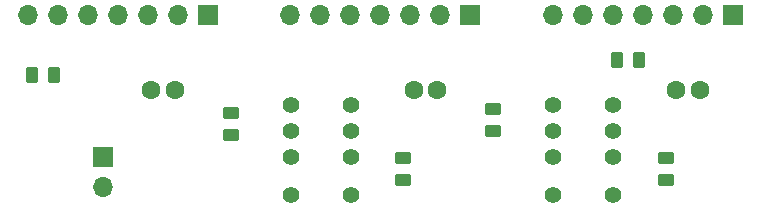
<source format=gbr>
%TF.GenerationSoftware,KiCad,Pcbnew,(6.0.0)*%
%TF.CreationDate,2022-01-08T11:13:19+00:00*%
%TF.ProjectId,Hub,4875622e-6b69-4636-9164-5f7063625858,rev?*%
%TF.SameCoordinates,Original*%
%TF.FileFunction,Soldermask,Top*%
%TF.FilePolarity,Negative*%
%FSLAX46Y46*%
G04 Gerber Fmt 4.6, Leading zero omitted, Abs format (unit mm)*
G04 Created by KiCad (PCBNEW (6.0.0)) date 2022-01-08 11:13:19*
%MOMM*%
%LPD*%
G01*
G04 APERTURE LIST*
G04 Aperture macros list*
%AMRoundRect*
0 Rectangle with rounded corners*
0 $1 Rounding radius*
0 $2 $3 $4 $5 $6 $7 $8 $9 X,Y pos of 4 corners*
0 Add a 4 corners polygon primitive as box body*
4,1,4,$2,$3,$4,$5,$6,$7,$8,$9,$2,$3,0*
0 Add four circle primitives for the rounded corners*
1,1,$1+$1,$2,$3*
1,1,$1+$1,$4,$5*
1,1,$1+$1,$6,$7*
1,1,$1+$1,$8,$9*
0 Add four rect primitives between the rounded corners*
20,1,$1+$1,$2,$3,$4,$5,0*
20,1,$1+$1,$4,$5,$6,$7,0*
20,1,$1+$1,$6,$7,$8,$9,0*
20,1,$1+$1,$8,$9,$2,$3,0*%
G04 Aperture macros list end*
%ADD10R,1.700000X1.700000*%
%ADD11O,1.700000X1.700000*%
%ADD12RoundRect,0.250000X0.262500X0.450000X-0.262500X0.450000X-0.262500X-0.450000X0.262500X-0.450000X0*%
%ADD13RoundRect,0.250000X-0.262500X-0.450000X0.262500X-0.450000X0.262500X0.450000X-0.262500X0.450000X0*%
%ADD14RoundRect,0.250000X0.450000X-0.262500X0.450000X0.262500X-0.450000X0.262500X-0.450000X-0.262500X0*%
%ADD15C,1.600000*%
%ADD16C,1.400000*%
%ADD17RoundRect,0.250000X-0.450000X0.262500X-0.450000X-0.262500X0.450000X-0.262500X0.450000X0.262500X0*%
G04 APERTURE END LIST*
D10*
%TO.C,J4*%
X101600000Y-93980000D03*
D11*
X101600000Y-96520000D03*
%TD*%
D10*
%TO.C,J3*%
X154920000Y-81940000D03*
D11*
X152380000Y-81940000D03*
X149840000Y-81940000D03*
X147300000Y-81940000D03*
X144760000Y-81940000D03*
X142220000Y-81940000D03*
X139680000Y-81940000D03*
%TD*%
D10*
%TO.C,J2*%
X132695000Y-81915000D03*
D11*
X130155000Y-81915000D03*
X127615000Y-81915000D03*
X125075000Y-81915000D03*
X122535000Y-81915000D03*
X119995000Y-81915000D03*
X117455000Y-81915000D03*
%TD*%
D10*
%TO.C,J1*%
X110490000Y-81940000D03*
D11*
X107950000Y-81940000D03*
X105410000Y-81940000D03*
X102870000Y-81940000D03*
X100330000Y-81940000D03*
X97790000Y-81940000D03*
X95250000Y-81940000D03*
%TD*%
D12*
%TO.C,R4*%
X146962500Y-85725000D03*
X145137500Y-85725000D03*
%TD*%
D13*
%TO.C,R1*%
X95607500Y-86995000D03*
X97432500Y-86995000D03*
%TD*%
D14*
%TO.C,R2*%
X112395000Y-92075000D03*
X112395000Y-90250000D03*
%TD*%
D15*
%TO.C,C2*%
X127905000Y-88265000D03*
X129905000Y-88265000D03*
%TD*%
D16*
%TO.C,K1*%
X122555000Y-97145000D03*
X122555000Y-93945000D03*
X122555000Y-91745000D03*
X122555000Y-89545000D03*
X117475000Y-89545000D03*
X117475000Y-91745000D03*
X117475000Y-93945000D03*
X117475000Y-97145000D03*
%TD*%
%TO.C,K2*%
X144780000Y-97145000D03*
X144780000Y-93945000D03*
X144780000Y-91745000D03*
X144780000Y-89545000D03*
X139700000Y-89545000D03*
X139700000Y-91745000D03*
X139700000Y-93945000D03*
X139700000Y-97145000D03*
%TD*%
D14*
%TO.C,R3*%
X134620000Y-91717500D03*
X134620000Y-89892500D03*
%TD*%
D15*
%TO.C,C1*%
X105680000Y-88265000D03*
X107680000Y-88265000D03*
%TD*%
D17*
%TO.C,R6*%
X149225000Y-94060000D03*
X149225000Y-95885000D03*
%TD*%
%TO.C,R5*%
X127000000Y-94060000D03*
X127000000Y-95885000D03*
%TD*%
D15*
%TO.C,C3*%
X150130000Y-88265000D03*
X152130000Y-88265000D03*
%TD*%
M02*

</source>
